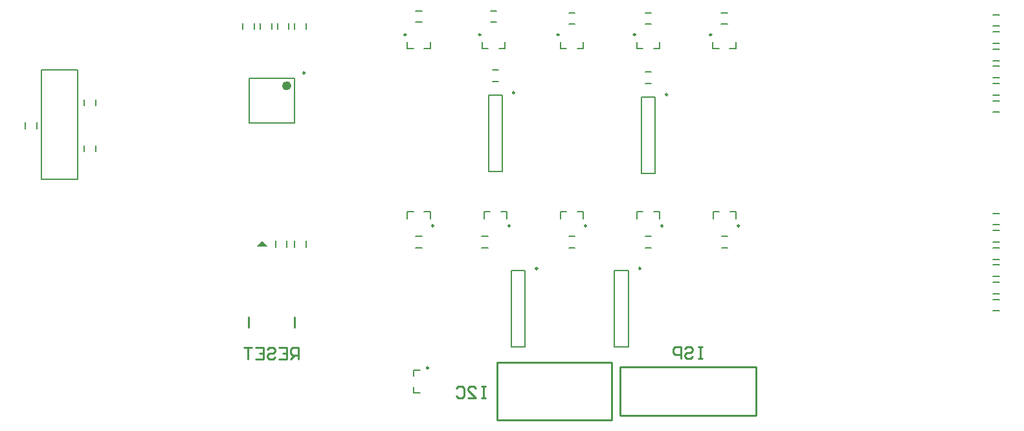
<source format=gbo>
G04 Layer_Color=32896*
%FSAX24Y24*%
%MOIN*%
G70*
G01*
G75*
%ADD26C,0.0100*%
%ADD27C,0.0098*%
%ADD28C,0.0079*%
%ADD42C,0.0236*%
G36*
X016639Y-012650D02*
X016039D01*
X016339Y-012350D01*
X016639Y-012650D01*
D02*
G37*
D26*
X015650Y-016811D02*
Y-016260D01*
X018012Y-016811D02*
Y-016260D01*
X034787Y-021329D02*
Y-018829D01*
X041787D01*
Y-021329D02*
Y-018829D01*
X034787Y-021329D02*
X041787D01*
X028445Y-021555D02*
X034350D01*
Y-018602D01*
X028445D02*
X034350D01*
X028445Y-021555D02*
Y-018602D01*
X018200Y-018450D02*
Y-017850D01*
X017900D01*
X017800Y-017950D01*
Y-018150D01*
X017900Y-018250D01*
X018200D01*
X018000D02*
X017800Y-018450D01*
X017200Y-017850D02*
X017600D01*
Y-018450D01*
X017200D01*
X017600Y-018150D02*
X017400D01*
X016601Y-017950D02*
X016700Y-017850D01*
X016900D01*
X017000Y-017950D01*
Y-018050D01*
X016900Y-018150D01*
X016700D01*
X016601Y-018250D01*
Y-018350D01*
X016700Y-018450D01*
X016900D01*
X017000Y-018350D01*
X016001Y-017850D02*
X016401D01*
Y-018450D01*
X016001D01*
X016401Y-018150D02*
X016201D01*
X015801Y-017850D02*
X015401D01*
X015601D01*
Y-018450D01*
X039000Y-017800D02*
X038800D01*
X038900D01*
Y-018400D01*
X039000D01*
X038800D01*
X038100Y-017900D02*
X038200Y-017800D01*
X038400D01*
X038500Y-017900D01*
Y-018000D01*
X038400Y-018100D01*
X038200D01*
X038100Y-018200D01*
Y-018300D01*
X038200Y-018400D01*
X038400D01*
X038500Y-018300D01*
X037900Y-018400D02*
Y-017800D01*
X037600D01*
X037500Y-017900D01*
Y-018100D01*
X037600Y-018200D01*
X037900D01*
X027850Y-019850D02*
X027650D01*
X027750D01*
Y-020450D01*
X027850D01*
X027650D01*
X026950D02*
X027350D01*
X026950Y-020050D01*
Y-019950D01*
X027050Y-019850D01*
X027250D01*
X027350Y-019950D01*
X026350D02*
X026450Y-019850D01*
X026650D01*
X026750Y-019950D01*
Y-020350D01*
X026650Y-020450D01*
X026450D01*
X026350Y-020350D01*
D27*
X024902Y-018878D02*
G03*
X024902Y-018878I-000049J000000D01*
G01*
X018533Y-003691D02*
G03*
X018533Y-003691I-000049J000000D01*
G01*
X035837Y-013762D02*
G03*
X035837Y-013762I-000049J000000D01*
G01*
X030522D02*
G03*
X030522Y-013762I-000049J000000D01*
G01*
X037215Y-004805D02*
G03*
X037215Y-004805I-000049J000000D01*
G01*
X029341Y-004707D02*
G03*
X029341Y-004707I-000049J000000D01*
G01*
X023750Y-001722D02*
G03*
X023750Y-001722I-000049J000000D01*
G01*
X027589D02*
G03*
X027589Y-001722I-000049J000000D01*
G01*
X031624D02*
G03*
X031624Y-001722I-000049J000000D01*
G01*
X035561D02*
G03*
X035561Y-001722I-000049J000000D01*
G01*
X039478D02*
G03*
X039478Y-001722I-000049J000000D01*
G01*
X029104Y-011565D02*
G03*
X029104Y-011565I-000049J000000D01*
G01*
X033041D02*
G03*
X033041Y-011565I-000049J000000D01*
G01*
X025167D02*
G03*
X025167Y-011565I-000049J000000D01*
G01*
X036978D02*
G03*
X036978Y-011565I-000049J000000D01*
G01*
X040915D02*
G03*
X040915Y-011565I-000049J000000D01*
G01*
D28*
X053976Y-015354D02*
X054291D01*
X053976Y-015945D02*
X054291D01*
X053976Y-014469D02*
X054291D01*
X053976Y-015059D02*
X054291D01*
X053976Y-013583D02*
X054291D01*
X053976Y-014173D02*
X054291D01*
X053976Y-012697D02*
X054291D01*
X053976Y-013287D02*
X054291D01*
X053976Y-011811D02*
X054291D01*
X053976Y-012402D02*
X054291D01*
X053976Y-010925D02*
X054291D01*
X053976Y-011516D02*
X054291D01*
X053976Y-005118D02*
X054291D01*
X053976Y-005709D02*
X054291D01*
X053976Y-004232D02*
X054291D01*
X053976Y-004823D02*
X054291D01*
X053976Y-003346D02*
X054291D01*
X053976Y-003937D02*
X054291D01*
X053976Y-002461D02*
X054291D01*
X053976Y-003051D02*
X054291D01*
X053976Y-001575D02*
X054291D01*
X053976Y-002165D02*
X054291D01*
X053976Y-000689D02*
X054291D01*
X053976Y-001280D02*
X054291D01*
X036063Y-012697D02*
X036378D01*
X036063Y-012106D02*
X036378D01*
X024134Y-018996D02*
X024488D01*
X024134Y-019311D02*
Y-018996D01*
Y-020177D02*
X024488D01*
X024134D02*
Y-019862D01*
X017992Y-006280D02*
Y-003957D01*
X015669Y-006280D02*
Y-003957D01*
X017992D01*
X015669Y-006280D02*
X017992D01*
X034488Y-017815D02*
X035197D01*
X034488Y-013878D02*
X035197D01*
X034488Y-017815D02*
Y-013878D01*
X035197Y-017815D02*
Y-013878D01*
X029173Y-017815D02*
X029882D01*
X029173Y-013878D02*
X029882D01*
X029173Y-017815D02*
Y-013878D01*
X029882Y-017815D02*
Y-013878D01*
X036575Y-008858D02*
Y-004921D01*
X035866Y-008858D02*
Y-004921D01*
X036575D01*
X035866Y-008858D02*
X036575D01*
X028701Y-008760D02*
Y-004823D01*
X027992Y-008760D02*
Y-004823D01*
X028701D01*
X027992Y-008760D02*
X028701D01*
X004961Y-009173D02*
Y-003543D01*
Y-009173D02*
X006850D01*
Y-003543D01*
X004961D02*
X006850D01*
X007776Y-007736D02*
Y-007421D01*
X007185Y-007736D02*
Y-007421D01*
X017717Y-001437D02*
Y-001122D01*
X017126Y-001437D02*
Y-001122D01*
X016831Y-001437D02*
Y-001122D01*
X016240Y-001437D02*
Y-001122D01*
X015354Y-001437D02*
Y-001122D01*
X015945Y-001437D02*
Y-001122D01*
X017028Y-012657D02*
Y-012343D01*
X017618Y-012657D02*
Y-012343D01*
X004134Y-006555D02*
Y-006240D01*
X004724Y-006555D02*
Y-006240D01*
X018602Y-012657D02*
Y-012343D01*
X018012Y-012657D02*
Y-012343D01*
X018602Y-001437D02*
Y-001122D01*
X018012Y-001437D02*
Y-001122D01*
X007185Y-005374D02*
Y-005059D01*
X007776Y-005374D02*
Y-005059D01*
X028189Y-004134D02*
X028504D01*
X028189Y-003543D02*
X028504D01*
X036063Y-004232D02*
X036378D01*
X036063Y-003642D02*
X036378D01*
X024252Y-000492D02*
X024567D01*
X024252Y-001083D02*
X024567D01*
X023819Y-002441D02*
Y-002087D01*
Y-002441D02*
X024134D01*
X025000D02*
Y-002087D01*
X024685Y-002441D02*
X025000D01*
X027657D02*
Y-002087D01*
Y-002441D02*
X027972D01*
X028839D02*
Y-002087D01*
X028524Y-002441D02*
X028839D01*
X028091Y-000492D02*
X028406D01*
X028091Y-001083D02*
X028406D01*
X031693Y-002441D02*
Y-002087D01*
Y-002441D02*
X032008D01*
X032874D02*
Y-002087D01*
X032559Y-002441D02*
X032874D01*
X032126Y-000591D02*
X032441D01*
X032126Y-001181D02*
X032441D01*
X035630Y-002441D02*
Y-002087D01*
Y-002441D02*
X035945D01*
X036811D02*
Y-002087D01*
X036496Y-002441D02*
X036811D01*
X036063Y-000591D02*
X036378D01*
X036063Y-001181D02*
X036378D01*
X039980Y-000591D02*
X040295D01*
X039980Y-001181D02*
X040295D01*
X039547Y-002441D02*
Y-002087D01*
Y-002441D02*
X039862D01*
X040728D02*
Y-002087D01*
X040413Y-002441D02*
X040728D01*
X027643Y-012695D02*
X027957D01*
X027643Y-012105D02*
X027957D01*
X028937Y-011201D02*
Y-010846D01*
X028622D02*
X028937D01*
X027756Y-011201D02*
Y-010846D01*
X028071D01*
X032126Y-012697D02*
X032441D01*
X032126Y-012106D02*
X032441D01*
X032874Y-011201D02*
Y-010846D01*
X032559D02*
X032874D01*
X031693Y-011201D02*
Y-010846D01*
X032008D01*
X024252Y-012697D02*
X024567D01*
X024252Y-012106D02*
X024567D01*
X025000Y-011201D02*
Y-010846D01*
X024685D02*
X025000D01*
X023819Y-011201D02*
Y-010846D01*
X024134D01*
X036811Y-011201D02*
Y-010846D01*
X036496D02*
X036811D01*
X035630Y-011201D02*
Y-010846D01*
X035945D01*
X040000Y-012697D02*
X040315D01*
X040000Y-012106D02*
X040315D01*
X040748Y-011201D02*
Y-010846D01*
X040433D02*
X040748D01*
X039567Y-011201D02*
Y-010846D01*
X039882D01*
D42*
X017717Y-004350D02*
G03*
X017717Y-004350I-000118J000000D01*
G01*
M02*

</source>
